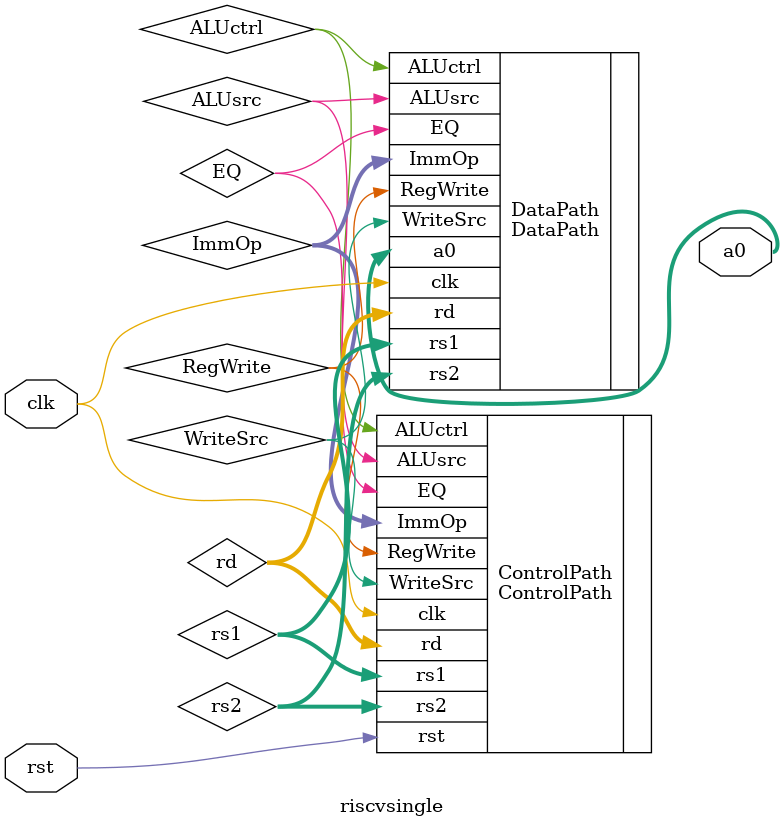
<source format=sv>
module riscvsingle (
	input logic clk,
	input logic rst,
	
	output logic [31:0] a0
);

logic [31:0] ImmOp;
logic EQ;
logic RegWrite;
logic ALUsrc;
logic ALUctrl;
logic WriteSrc;

logic [4:0] rs1;
logic [4:0] rs2;
logic [4:0] rd;


ControlPath ControlPath (
	.clk (clk),
	.rst (rst),
	.EQ (EQ),

	.ImmOp (ImmOp),
	.rs1 (rs1),
	.rs2 (rs2),
	.rd (rd),

	.RegWrite (RegWrite),
	.ALUsrc (ALUsrc),
	.ALUctrl (ALUctrl),
	.WriteSrc (WriteSrc)
);


DataPath DataPath (
    .clk (clk),
    .ImmOp (ImmOp),
    .rs1 (rs1),
    .rs2 (rs2),
    .rd (rd),
    .RegWrite (RegWrite),
    .ALUsrc (ALUsrc),
    .ALUctrl (ALUctrl),
    .WriteSrc (WriteSrc),

    .EQ(EQ),
    .a0(a0)
);

endmodule

</source>
